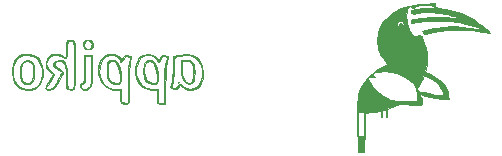
<source format=gbo>
G04 #@! TF.GenerationSoftware,KiCad,Pcbnew,5.1.4-e60b266~84~ubuntu18.04.1*
G04 #@! TF.CreationDate,2019-09-11T21:53:04+05:30*
G04 #@! TF.ProjectId,SenseCam_XHP70.2_rev1,53656e73-6543-4616-9d5f-58485037302e,rev?*
G04 #@! TF.SameCoordinates,Original*
G04 #@! TF.FileFunction,Legend,Bot*
G04 #@! TF.FilePolarity,Positive*
%FSLAX46Y46*%
G04 Gerber Fmt 4.6, Leading zero omitted, Abs format (unit mm)*
G04 Created by KiCad (PCBNEW 5.1.4-e60b266~84~ubuntu18.04.1) date 2019-09-11 21:53:04*
%MOMM*%
%LPD*%
G04 APERTURE LIST*
%ADD10C,0.010000*%
G04 APERTURE END LIST*
D10*
G36*
X22660086Y-22058463D02*
G01*
X22457113Y-22252763D01*
X22345494Y-22581929D01*
X22323211Y-23050323D01*
X22343168Y-23321177D01*
X22400167Y-23674849D01*
X22498223Y-23890187D01*
X22661960Y-23997392D01*
X22916004Y-24026665D01*
X22918416Y-24026666D01*
X23167738Y-23997706D01*
X23328688Y-23887341D01*
X23391147Y-23803257D01*
X23489524Y-23559845D01*
X23533722Y-23197548D01*
X23534999Y-23134842D01*
X23461538Y-23134842D01*
X23419734Y-23468279D01*
X23329573Y-23719898D01*
X23291592Y-23772013D01*
X23070440Y-23911168D01*
X22820016Y-23920994D01*
X22600629Y-23807981D01*
X22511013Y-23688000D01*
X22421563Y-23393662D01*
X22398040Y-23040937D01*
X22434262Y-22683199D01*
X22524047Y-22373820D01*
X22661213Y-22166173D01*
X22689842Y-22144129D01*
X22920062Y-22081894D01*
X23166466Y-22150836D01*
X23295310Y-22253428D01*
X23399475Y-22466437D01*
X23454835Y-22780568D01*
X23461538Y-23134842D01*
X23534999Y-23134842D01*
X23537530Y-23010666D01*
X23506617Y-22552512D01*
X23408740Y-22239505D01*
X23236188Y-22058167D01*
X22981251Y-21995016D01*
X22956430Y-21994666D01*
X22660086Y-22058463D01*
X22660086Y-22058463D01*
G37*
X22660086Y-22058463D02*
X22457113Y-22252763D01*
X22345494Y-22581929D01*
X22323211Y-23050323D01*
X22343168Y-23321177D01*
X22400167Y-23674849D01*
X22498223Y-23890187D01*
X22661960Y-23997392D01*
X22916004Y-24026665D01*
X22918416Y-24026666D01*
X23167738Y-23997706D01*
X23328688Y-23887341D01*
X23391147Y-23803257D01*
X23489524Y-23559845D01*
X23533722Y-23197548D01*
X23534999Y-23134842D01*
X23461538Y-23134842D01*
X23419734Y-23468279D01*
X23329573Y-23719898D01*
X23291592Y-23772013D01*
X23070440Y-23911168D01*
X22820016Y-23920994D01*
X22600629Y-23807981D01*
X22511013Y-23688000D01*
X22421563Y-23393662D01*
X22398040Y-23040937D01*
X22434262Y-22683199D01*
X22524047Y-22373820D01*
X22661213Y-22166173D01*
X22689842Y-22144129D01*
X22920062Y-22081894D01*
X23166466Y-22150836D01*
X23295310Y-22253428D01*
X23399475Y-22466437D01*
X23454835Y-22780568D01*
X23461538Y-23134842D01*
X23534999Y-23134842D01*
X23537530Y-23010666D01*
X23506617Y-22552512D01*
X23408740Y-22239505D01*
X23236188Y-22058167D01*
X22981251Y-21995016D01*
X22956430Y-21994666D01*
X22660086Y-22058463D01*
G36*
X35694667Y-23899666D02*
G01*
X35737000Y-23942000D01*
X35779334Y-23899666D01*
X35737000Y-23857333D01*
X35694667Y-23899666D01*
X35694667Y-23899666D01*
G37*
X35694667Y-23899666D02*
X35737000Y-23942000D01*
X35779334Y-23899666D01*
X35737000Y-23857333D01*
X35694667Y-23899666D01*
G36*
X35961410Y-22750601D02*
G01*
X35985343Y-23151466D01*
X36025785Y-23426898D01*
X36091848Y-23620634D01*
X36168705Y-23745434D01*
X36381655Y-23933283D01*
X36630276Y-24013810D01*
X36860933Y-23977293D01*
X36971879Y-23891027D01*
X37048452Y-23703570D01*
X37089769Y-23405368D01*
X37096827Y-23051085D01*
X37096665Y-23048876D01*
X37007000Y-23048876D01*
X36975807Y-23490250D01*
X36885977Y-23787726D01*
X36743132Y-23936079D01*
X36552896Y-23930084D01*
X36320893Y-23764515D01*
X36280926Y-23723562D01*
X36176285Y-23590314D01*
X36110410Y-23432203D01*
X36071733Y-23203410D01*
X36048687Y-22858115D01*
X36045812Y-22792229D01*
X36015957Y-22079333D01*
X36350190Y-22079333D01*
X36641785Y-22115288D01*
X36837607Y-22237970D01*
X36952713Y-22469603D01*
X37002159Y-22832413D01*
X37007000Y-23048876D01*
X37096665Y-23048876D01*
X37070618Y-22695386D01*
X37012138Y-22392933D01*
X36941549Y-22224132D01*
X36826779Y-22084334D01*
X36681971Y-22016137D01*
X36445890Y-21995311D01*
X36361625Y-21994666D01*
X35931819Y-21994666D01*
X35961410Y-22750601D01*
X35961410Y-22750601D01*
G37*
X35961410Y-22750601D02*
X35985343Y-23151466D01*
X36025785Y-23426898D01*
X36091848Y-23620634D01*
X36168705Y-23745434D01*
X36381655Y-23933283D01*
X36630276Y-24013810D01*
X36860933Y-23977293D01*
X36971879Y-23891027D01*
X37048452Y-23703570D01*
X37089769Y-23405368D01*
X37096827Y-23051085D01*
X37096665Y-23048876D01*
X37007000Y-23048876D01*
X36975807Y-23490250D01*
X36885977Y-23787726D01*
X36743132Y-23936079D01*
X36552896Y-23930084D01*
X36320893Y-23764515D01*
X36280926Y-23723562D01*
X36176285Y-23590314D01*
X36110410Y-23432203D01*
X36071733Y-23203410D01*
X36048687Y-22858115D01*
X36045812Y-22792229D01*
X36015957Y-22079333D01*
X36350190Y-22079333D01*
X36641785Y-22115288D01*
X36837607Y-22237970D01*
X36952713Y-22469603D01*
X37002159Y-22832413D01*
X37007000Y-23048876D01*
X37096665Y-23048876D01*
X37070618Y-22695386D01*
X37012138Y-22392933D01*
X36941549Y-22224132D01*
X36826779Y-22084334D01*
X36681971Y-22016137D01*
X36445890Y-21995311D01*
X36361625Y-21994666D01*
X35931819Y-21994666D01*
X35961410Y-22750601D01*
G36*
X29953795Y-22023056D02*
G01*
X29804012Y-22118209D01*
X29713331Y-22319772D01*
X29668726Y-22651006D01*
X29658450Y-22934753D01*
X29681752Y-23386984D01*
X29777153Y-23700606D01*
X29958471Y-23895997D01*
X30239526Y-23993535D01*
X30387604Y-24010026D01*
X30629309Y-24017054D01*
X30754766Y-23981119D01*
X30815878Y-23879230D01*
X30834653Y-23811998D01*
X30854044Y-23610205D01*
X30785091Y-23610205D01*
X30755567Y-23809306D01*
X30633616Y-23920795D01*
X30424834Y-23946307D01*
X30184883Y-23891354D01*
X29969423Y-23761450D01*
X29935187Y-23728048D01*
X29826574Y-23589431D01*
X29767000Y-23430682D01*
X29743908Y-23198943D01*
X29743336Y-22920573D01*
X29763218Y-22588865D01*
X29806593Y-22328945D01*
X29858827Y-22198910D01*
X30039587Y-22093344D01*
X30256937Y-22122626D01*
X30465029Y-22273691D01*
X30555099Y-22397309D01*
X30648817Y-22633179D01*
X30724322Y-22955742D01*
X30772713Y-23302313D01*
X30785091Y-23610205D01*
X30854044Y-23610205D01*
X30864431Y-23502126D01*
X30837653Y-23110408D01*
X30764094Y-22710796D01*
X30653528Y-22377246D01*
X30641715Y-22352215D01*
X30514318Y-22140879D01*
X30364703Y-22042550D01*
X30175705Y-22011052D01*
X29953795Y-22023056D01*
X29953795Y-22023056D01*
G37*
X29953795Y-22023056D02*
X29804012Y-22118209D01*
X29713331Y-22319772D01*
X29668726Y-22651006D01*
X29658450Y-22934753D01*
X29681752Y-23386984D01*
X29777153Y-23700606D01*
X29958471Y-23895997D01*
X30239526Y-23993535D01*
X30387604Y-24010026D01*
X30629309Y-24017054D01*
X30754766Y-23981119D01*
X30815878Y-23879230D01*
X30834653Y-23811998D01*
X30854044Y-23610205D01*
X30785091Y-23610205D01*
X30755567Y-23809306D01*
X30633616Y-23920795D01*
X30424834Y-23946307D01*
X30184883Y-23891354D01*
X29969423Y-23761450D01*
X29935187Y-23728048D01*
X29826574Y-23589431D01*
X29767000Y-23430682D01*
X29743908Y-23198943D01*
X29743336Y-22920573D01*
X29763218Y-22588865D01*
X29806593Y-22328945D01*
X29858827Y-22198910D01*
X30039587Y-22093344D01*
X30256937Y-22122626D01*
X30465029Y-22273691D01*
X30555099Y-22397309D01*
X30648817Y-22633179D01*
X30724322Y-22955742D01*
X30772713Y-23302313D01*
X30785091Y-23610205D01*
X30854044Y-23610205D01*
X30864431Y-23502126D01*
X30837653Y-23110408D01*
X30764094Y-22710796D01*
X30653528Y-22377246D01*
X30641715Y-22352215D01*
X30514318Y-22140879D01*
X30364703Y-22042550D01*
X30175705Y-22011052D01*
X29953795Y-22023056D01*
G36*
X33092282Y-22017084D02*
G01*
X32949011Y-22098254D01*
X32854848Y-22284192D01*
X32786082Y-22604529D01*
X32774681Y-22678019D01*
X32761349Y-23049421D01*
X32817102Y-23424137D01*
X32928576Y-23739884D01*
X33035952Y-23895856D01*
X33219289Y-23986849D01*
X33503845Y-24026207D01*
X33540102Y-24026666D01*
X33777928Y-24014709D01*
X33900330Y-23960668D01*
X33960569Y-23837289D01*
X33968456Y-23807471D01*
X33987193Y-23610246D01*
X33917768Y-23610246D01*
X33888234Y-23809306D01*
X33768367Y-23913887D01*
X33559060Y-23944904D01*
X33321733Y-23905703D01*
X33117804Y-23799631D01*
X33081347Y-23765340D01*
X32949801Y-23556292D01*
X32862440Y-23299067D01*
X32861795Y-23295670D01*
X32837946Y-22999095D01*
X32859543Y-22676782D01*
X32917719Y-22387823D01*
X33003603Y-22191310D01*
X33032211Y-22160228D01*
X33237165Y-22085842D01*
X33460003Y-22154490D01*
X33658507Y-22350901D01*
X33687619Y-22397309D01*
X33781406Y-22633164D01*
X33856966Y-22955736D01*
X33905389Y-23302328D01*
X33917768Y-23610246D01*
X33987193Y-23610246D01*
X33997516Y-23501595D01*
X33970718Y-23113186D01*
X33897870Y-22715795D01*
X33788781Y-22382971D01*
X33774382Y-22352215D01*
X33646985Y-22140879D01*
X33497370Y-22042550D01*
X33308371Y-22011052D01*
X33092282Y-22017084D01*
X33092282Y-22017084D01*
G37*
X33092282Y-22017084D02*
X32949011Y-22098254D01*
X32854848Y-22284192D01*
X32786082Y-22604529D01*
X32774681Y-22678019D01*
X32761349Y-23049421D01*
X32817102Y-23424137D01*
X32928576Y-23739884D01*
X33035952Y-23895856D01*
X33219289Y-23986849D01*
X33503845Y-24026207D01*
X33540102Y-24026666D01*
X33777928Y-24014709D01*
X33900330Y-23960668D01*
X33960569Y-23837289D01*
X33968456Y-23807471D01*
X33987193Y-23610246D01*
X33917768Y-23610246D01*
X33888234Y-23809306D01*
X33768367Y-23913887D01*
X33559060Y-23944904D01*
X33321733Y-23905703D01*
X33117804Y-23799631D01*
X33081347Y-23765340D01*
X32949801Y-23556292D01*
X32862440Y-23299067D01*
X32861795Y-23295670D01*
X32837946Y-22999095D01*
X32859543Y-22676782D01*
X32917719Y-22387823D01*
X33003603Y-22191310D01*
X33032211Y-22160228D01*
X33237165Y-22085842D01*
X33460003Y-22154490D01*
X33658507Y-22350901D01*
X33687619Y-22397309D01*
X33781406Y-22633164D01*
X33856966Y-22955736D01*
X33905389Y-23302328D01*
X33917768Y-23610246D01*
X33987193Y-23610246D01*
X33997516Y-23501595D01*
X33970718Y-23113186D01*
X33897870Y-22715795D01*
X33788781Y-22382971D01*
X33774382Y-22352215D01*
X33646985Y-22140879D01*
X33497370Y-22042550D01*
X33308371Y-22011052D01*
X33092282Y-22017084D01*
G36*
X27826448Y-20342142D02*
G01*
X27674103Y-20518140D01*
X27642253Y-20754459D01*
X27716978Y-20950787D01*
X27870765Y-21061064D01*
X28099456Y-21107644D01*
X28315820Y-21075667D01*
X28349834Y-21058598D01*
X28460102Y-20907120D01*
X28493345Y-20689455D01*
X28389827Y-20689455D01*
X28357497Y-20891151D01*
X28327755Y-20937432D01*
X28190909Y-21047992D01*
X28027498Y-21035250D01*
X27899768Y-20975687D01*
X27762832Y-20829488D01*
X27745516Y-20643329D01*
X27823991Y-20467228D01*
X27974427Y-20351205D01*
X28172998Y-20345280D01*
X28196265Y-20353309D01*
X28329883Y-20482632D01*
X28389827Y-20689455D01*
X28493345Y-20689455D01*
X28495245Y-20677018D01*
X28447219Y-20445148D01*
X28419486Y-20393055D01*
X28287829Y-20308676D01*
X28076921Y-20273115D01*
X28074667Y-20273111D01*
X27826448Y-20342142D01*
X27826448Y-20342142D01*
G37*
X27826448Y-20342142D02*
X27674103Y-20518140D01*
X27642253Y-20754459D01*
X27716978Y-20950787D01*
X27870765Y-21061064D01*
X28099456Y-21107644D01*
X28315820Y-21075667D01*
X28349834Y-21058598D01*
X28460102Y-20907120D01*
X28493345Y-20689455D01*
X28389827Y-20689455D01*
X28357497Y-20891151D01*
X28327755Y-20937432D01*
X28190909Y-21047992D01*
X28027498Y-21035250D01*
X27899768Y-20975687D01*
X27762832Y-20829488D01*
X27745516Y-20643329D01*
X27823991Y-20467228D01*
X27974427Y-20351205D01*
X28172998Y-20345280D01*
X28196265Y-20353309D01*
X28329883Y-20482632D01*
X28389827Y-20689455D01*
X28493345Y-20689455D01*
X28495245Y-20677018D01*
X28447219Y-20445148D01*
X28419486Y-20393055D01*
X28287829Y-20308676D01*
X28076921Y-20273115D01*
X28074667Y-20273111D01*
X27826448Y-20342142D01*
G36*
X22490214Y-21532087D02*
G01*
X22122458Y-21672309D01*
X21863150Y-21934729D01*
X21706121Y-22326219D01*
X21645199Y-22853651D01*
X21644067Y-22986780D01*
X21697593Y-23543920D01*
X21853056Y-23968687D01*
X22116081Y-24267985D01*
X22492291Y-24448714D01*
X22887696Y-24513180D01*
X23253459Y-24513141D01*
X23532187Y-24448197D01*
X23672000Y-24382087D01*
X23937057Y-24146204D01*
X24122077Y-23799741D01*
X24226144Y-23381828D01*
X24233290Y-23236863D01*
X24164627Y-23236863D01*
X24081773Y-23659482D01*
X23904154Y-24021745D01*
X23642977Y-24275900D01*
X23282592Y-24416791D01*
X22869403Y-24441553D01*
X22474108Y-24349901D01*
X22337727Y-24281124D01*
X22024268Y-24024090D01*
X21828453Y-23693046D01*
X21736424Y-23258684D01*
X21724984Y-22985295D01*
X21758185Y-22505782D01*
X21868149Y-22147441D01*
X22069509Y-21873922D01*
X22223293Y-21747341D01*
X22547114Y-21607985D01*
X22939054Y-21570919D01*
X23332113Y-21636373D01*
X23571090Y-21742732D01*
X23855947Y-22006823D01*
X24050579Y-22370538D01*
X24153851Y-22793883D01*
X24164627Y-23236863D01*
X24233290Y-23236863D01*
X24248340Y-22931599D01*
X24187748Y-22488184D01*
X24043452Y-22090715D01*
X23814534Y-21778325D01*
X23734589Y-21711013D01*
X23464682Y-21581410D01*
X23072814Y-21514168D01*
X22972589Y-21507191D01*
X22490214Y-21532087D01*
X22490214Y-21532087D01*
G37*
X22490214Y-21532087D02*
X22122458Y-21672309D01*
X21863150Y-21934729D01*
X21706121Y-22326219D01*
X21645199Y-22853651D01*
X21644067Y-22986780D01*
X21697593Y-23543920D01*
X21853056Y-23968687D01*
X22116081Y-24267985D01*
X22492291Y-24448714D01*
X22887696Y-24513180D01*
X23253459Y-24513141D01*
X23532187Y-24448197D01*
X23672000Y-24382087D01*
X23937057Y-24146204D01*
X24122077Y-23799741D01*
X24226144Y-23381828D01*
X24233290Y-23236863D01*
X24164627Y-23236863D01*
X24081773Y-23659482D01*
X23904154Y-24021745D01*
X23642977Y-24275900D01*
X23282592Y-24416791D01*
X22869403Y-24441553D01*
X22474108Y-24349901D01*
X22337727Y-24281124D01*
X22024268Y-24024090D01*
X21828453Y-23693046D01*
X21736424Y-23258684D01*
X21724984Y-22985295D01*
X21758185Y-22505782D01*
X21868149Y-22147441D01*
X22069509Y-21873922D01*
X22223293Y-21747341D01*
X22547114Y-21607985D01*
X22939054Y-21570919D01*
X23332113Y-21636373D01*
X23571090Y-21742732D01*
X23855947Y-22006823D01*
X24050579Y-22370538D01*
X24153851Y-22793883D01*
X24164627Y-23236863D01*
X24233290Y-23236863D01*
X24248340Y-22931599D01*
X24187748Y-22488184D01*
X24043452Y-22090715D01*
X23814534Y-21778325D01*
X23734589Y-21711013D01*
X23464682Y-21581410D01*
X23072814Y-21514168D01*
X22972589Y-21507191D01*
X22490214Y-21532087D01*
G36*
X26317834Y-20291961D02*
G01*
X26262944Y-20353894D01*
X26229013Y-20540048D01*
X26213573Y-20868542D01*
X26212000Y-21069380D01*
X26209347Y-21428763D01*
X26197930Y-21644376D01*
X26172560Y-21741746D01*
X26128051Y-21746397D01*
X26082279Y-21707706D01*
X25859320Y-21580091D01*
X25537794Y-21509324D01*
X25182349Y-21507148D01*
X25068360Y-21523534D01*
X24765713Y-21657072D01*
X24568810Y-21914254D01*
X24489531Y-22277784D01*
X24488965Y-22367030D01*
X24521987Y-22616060D01*
X24631775Y-22807949D01*
X24798207Y-22969601D01*
X25098455Y-23229145D01*
X24759806Y-23761776D01*
X24601362Y-24035318D01*
X24496383Y-24264659D01*
X24464896Y-24405113D01*
X24467255Y-24414537D01*
X24580809Y-24503915D01*
X24783266Y-24531033D01*
X25005481Y-24494415D01*
X25137445Y-24428833D01*
X25249695Y-24304301D01*
X25406731Y-24080265D01*
X25582041Y-23801349D01*
X25749114Y-23512183D01*
X25881439Y-23257391D01*
X25952504Y-23081602D01*
X25958000Y-23047583D01*
X25888378Y-22939288D01*
X25717286Y-22820647D01*
X25682049Y-22802997D01*
X25417575Y-22633584D01*
X25266885Y-22444063D01*
X25249588Y-22264315D01*
X25286173Y-22199698D01*
X25475950Y-22088498D01*
X25717298Y-22096069D01*
X25949831Y-22214146D01*
X26036522Y-22302418D01*
X26114495Y-22420828D01*
X26165553Y-22563418D01*
X26195171Y-22766900D01*
X26208826Y-23067985D01*
X26212000Y-23478692D01*
X26215744Y-23904929D01*
X26229517Y-24190572D01*
X26257138Y-24364248D01*
X26302421Y-24454583D01*
X26345925Y-24483274D01*
X26646775Y-24524982D01*
X26868167Y-24478593D01*
X26903997Y-24422134D01*
X26931369Y-24274817D01*
X26951104Y-24020907D01*
X26964023Y-23644669D01*
X26970947Y-23130367D01*
X26972704Y-22474444D01*
X26970266Y-22010324D01*
X26889345Y-22010324D01*
X26889334Y-22401231D01*
X26886801Y-22957747D01*
X26879701Y-23456986D01*
X26868780Y-23874249D01*
X26854785Y-24184836D01*
X26838462Y-24364048D01*
X26829002Y-24397442D01*
X26707075Y-24434526D01*
X26553836Y-24432720D01*
X26463605Y-24417286D01*
X26401692Y-24376744D01*
X26361090Y-24282392D01*
X26334793Y-24105528D01*
X26315795Y-23817453D01*
X26297091Y-23389464D01*
X26296667Y-23379173D01*
X26266602Y-22860113D01*
X26218140Y-22487157D01*
X26139819Y-22237221D01*
X26020176Y-22087218D01*
X25847746Y-22014062D01*
X25611066Y-21994667D01*
X25609190Y-21994666D01*
X25341647Y-22051063D01*
X25188831Y-22195253D01*
X25151566Y-22389730D01*
X25230672Y-22596991D01*
X25426973Y-22779533D01*
X25590282Y-22857664D01*
X25777451Y-22940829D01*
X25870918Y-23012698D01*
X25873334Y-23021607D01*
X25832087Y-23125387D01*
X25725170Y-23328859D01*
X25577816Y-23588851D01*
X25415257Y-23862189D01*
X25262729Y-24105701D01*
X25145463Y-24276214D01*
X25125072Y-24301833D01*
X24998243Y-24383462D01*
X24813568Y-24439187D01*
X24635309Y-24458013D01*
X24527730Y-24428944D01*
X24518667Y-24405591D01*
X24560719Y-24317640D01*
X24671836Y-24125960D01*
X24829460Y-23869226D01*
X24857334Y-23824942D01*
X25021071Y-23555550D01*
X25141295Y-23338434D01*
X25195078Y-23215369D01*
X25196000Y-23207939D01*
X25133849Y-23109582D01*
X24980160Y-22968696D01*
X24937745Y-22936241D01*
X24668950Y-22661820D01*
X24560980Y-22360537D01*
X24611179Y-22060393D01*
X24811282Y-21773005D01*
X25102428Y-21608000D01*
X25450656Y-21573540D01*
X25822001Y-21677782D01*
X25939375Y-21741284D01*
X26090130Y-21826075D01*
X26190385Y-21845969D01*
X26251960Y-21778374D01*
X26286670Y-21600701D01*
X26306333Y-21290359D01*
X26316164Y-21021000D01*
X26330949Y-20684601D01*
X26353697Y-20484852D01*
X26394036Y-20389079D01*
X26461596Y-20364605D01*
X26508334Y-20368855D01*
X26629274Y-20388046D01*
X26721477Y-20418828D01*
X26788840Y-20481976D01*
X26835256Y-20598264D01*
X26864620Y-20788469D01*
X26880826Y-21073363D01*
X26887770Y-21473724D01*
X26889345Y-22010324D01*
X26970266Y-22010324D01*
X26969746Y-21911499D01*
X26962159Y-21403251D01*
X26950718Y-20974829D01*
X26936197Y-20651363D01*
X26919373Y-20457985D01*
X26909204Y-20415835D01*
X26774803Y-20334420D01*
X26537177Y-20290780D01*
X26317834Y-20291961D01*
X26317834Y-20291961D01*
G37*
X26317834Y-20291961D02*
X26262944Y-20353894D01*
X26229013Y-20540048D01*
X26213573Y-20868542D01*
X26212000Y-21069380D01*
X26209347Y-21428763D01*
X26197930Y-21644376D01*
X26172560Y-21741746D01*
X26128051Y-21746397D01*
X26082279Y-21707706D01*
X25859320Y-21580091D01*
X25537794Y-21509324D01*
X25182349Y-21507148D01*
X25068360Y-21523534D01*
X24765713Y-21657072D01*
X24568810Y-21914254D01*
X24489531Y-22277784D01*
X24488965Y-22367030D01*
X24521987Y-22616060D01*
X24631775Y-22807949D01*
X24798207Y-22969601D01*
X25098455Y-23229145D01*
X24759806Y-23761776D01*
X24601362Y-24035318D01*
X24496383Y-24264659D01*
X24464896Y-24405113D01*
X24467255Y-24414537D01*
X24580809Y-24503915D01*
X24783266Y-24531033D01*
X25005481Y-24494415D01*
X25137445Y-24428833D01*
X25249695Y-24304301D01*
X25406731Y-24080265D01*
X25582041Y-23801349D01*
X25749114Y-23512183D01*
X25881439Y-23257391D01*
X25952504Y-23081602D01*
X25958000Y-23047583D01*
X25888378Y-22939288D01*
X25717286Y-22820647D01*
X25682049Y-22802997D01*
X25417575Y-22633584D01*
X25266885Y-22444063D01*
X25249588Y-22264315D01*
X25286173Y-22199698D01*
X25475950Y-22088498D01*
X25717298Y-22096069D01*
X25949831Y-22214146D01*
X26036522Y-22302418D01*
X26114495Y-22420828D01*
X26165553Y-22563418D01*
X26195171Y-22766900D01*
X26208826Y-23067985D01*
X26212000Y-23478692D01*
X26215744Y-23904929D01*
X26229517Y-24190572D01*
X26257138Y-24364248D01*
X26302421Y-24454583D01*
X26345925Y-24483274D01*
X26646775Y-24524982D01*
X26868167Y-24478593D01*
X26903997Y-24422134D01*
X26931369Y-24274817D01*
X26951104Y-24020907D01*
X26964023Y-23644669D01*
X26970947Y-23130367D01*
X26972704Y-22474444D01*
X26970266Y-22010324D01*
X26889345Y-22010324D01*
X26889334Y-22401231D01*
X26886801Y-22957747D01*
X26879701Y-23456986D01*
X26868780Y-23874249D01*
X26854785Y-24184836D01*
X26838462Y-24364048D01*
X26829002Y-24397442D01*
X26707075Y-24434526D01*
X26553836Y-24432720D01*
X26463605Y-24417286D01*
X26401692Y-24376744D01*
X26361090Y-24282392D01*
X26334793Y-24105528D01*
X26315795Y-23817453D01*
X26297091Y-23389464D01*
X26296667Y-23379173D01*
X26266602Y-22860113D01*
X26218140Y-22487157D01*
X26139819Y-22237221D01*
X26020176Y-22087218D01*
X25847746Y-22014062D01*
X25611066Y-21994667D01*
X25609190Y-21994666D01*
X25341647Y-22051063D01*
X25188831Y-22195253D01*
X25151566Y-22389730D01*
X25230672Y-22596991D01*
X25426973Y-22779533D01*
X25590282Y-22857664D01*
X25777451Y-22940829D01*
X25870918Y-23012698D01*
X25873334Y-23021607D01*
X25832087Y-23125387D01*
X25725170Y-23328859D01*
X25577816Y-23588851D01*
X25415257Y-23862189D01*
X25262729Y-24105701D01*
X25145463Y-24276214D01*
X25125072Y-24301833D01*
X24998243Y-24383462D01*
X24813568Y-24439187D01*
X24635309Y-24458013D01*
X24527730Y-24428944D01*
X24518667Y-24405591D01*
X24560719Y-24317640D01*
X24671836Y-24125960D01*
X24829460Y-23869226D01*
X24857334Y-23824942D01*
X25021071Y-23555550D01*
X25141295Y-23338434D01*
X25195078Y-23215369D01*
X25196000Y-23207939D01*
X25133849Y-23109582D01*
X24980160Y-22968696D01*
X24937745Y-22936241D01*
X24668950Y-22661820D01*
X24560980Y-22360537D01*
X24611179Y-22060393D01*
X24811282Y-21773005D01*
X25102428Y-21608000D01*
X25450656Y-21573540D01*
X25822001Y-21677782D01*
X25939375Y-21741284D01*
X26090130Y-21826075D01*
X26190385Y-21845969D01*
X26251960Y-21778374D01*
X26286670Y-21600701D01*
X26306333Y-21290359D01*
X26316164Y-21021000D01*
X26330949Y-20684601D01*
X26353697Y-20484852D01*
X26394036Y-20389079D01*
X26461596Y-20364605D01*
X26508334Y-20368855D01*
X26629274Y-20388046D01*
X26721477Y-20418828D01*
X26788840Y-20481976D01*
X26835256Y-20598264D01*
X26864620Y-20788469D01*
X26880826Y-21073363D01*
X26887770Y-21473724D01*
X26889345Y-22010324D01*
X26970266Y-22010324D01*
X26969746Y-21911499D01*
X26962159Y-21403251D01*
X26950718Y-20974829D01*
X26936197Y-20651363D01*
X26919373Y-20457985D01*
X26909204Y-20415835D01*
X26774803Y-20334420D01*
X26537177Y-20290780D01*
X26317834Y-20291961D01*
G36*
X27736000Y-22722259D02*
G01*
X27734283Y-23185675D01*
X27726667Y-23507064D01*
X27709458Y-23713718D01*
X27678963Y-23832929D01*
X27631486Y-23891990D01*
X27574495Y-23915420D01*
X27416174Y-24028961D01*
X27366436Y-24213746D01*
X27442849Y-24398227D01*
X27453252Y-24409156D01*
X27672908Y-24518665D01*
X27949586Y-24503090D01*
X28117000Y-24433494D01*
X28279600Y-24317891D01*
X28348537Y-24245569D01*
X28370260Y-24132526D01*
X28388851Y-23882002D01*
X28402849Y-23525838D01*
X28410793Y-23095878D01*
X28412037Y-22862500D01*
X28413248Y-21656000D01*
X28328667Y-21656000D01*
X28328667Y-22880368D01*
X28327126Y-23362157D01*
X28319889Y-23704184D01*
X28303034Y-23936008D01*
X28272641Y-24087190D01*
X28224789Y-24187292D01*
X28155556Y-24265874D01*
X28143369Y-24277368D01*
X27907708Y-24418985D01*
X27668606Y-24438933D01*
X27505550Y-24355016D01*
X27447602Y-24211157D01*
X27498724Y-24075378D01*
X27609000Y-24026666D01*
X27690642Y-24002742D01*
X27748809Y-23915698D01*
X27787179Y-23742625D01*
X27809427Y-23460615D01*
X27819229Y-23046759D01*
X27820667Y-22707408D01*
X27820667Y-21656000D01*
X28328667Y-21656000D01*
X28413248Y-21656000D01*
X28413334Y-21571333D01*
X27736000Y-21571333D01*
X27736000Y-22722259D01*
X27736000Y-22722259D01*
G37*
X27736000Y-22722259D02*
X27734283Y-23185675D01*
X27726667Y-23507064D01*
X27709458Y-23713718D01*
X27678963Y-23832929D01*
X27631486Y-23891990D01*
X27574495Y-23915420D01*
X27416174Y-24028961D01*
X27366436Y-24213746D01*
X27442849Y-24398227D01*
X27453252Y-24409156D01*
X27672908Y-24518665D01*
X27949586Y-24503090D01*
X28117000Y-24433494D01*
X28279600Y-24317891D01*
X28348537Y-24245569D01*
X28370260Y-24132526D01*
X28388851Y-23882002D01*
X28402849Y-23525838D01*
X28410793Y-23095878D01*
X28412037Y-22862500D01*
X28413248Y-21656000D01*
X28328667Y-21656000D01*
X28328667Y-22880368D01*
X28327126Y-23362157D01*
X28319889Y-23704184D01*
X28303034Y-23936008D01*
X28272641Y-24087190D01*
X28224789Y-24187292D01*
X28155556Y-24265874D01*
X28143369Y-24277368D01*
X27907708Y-24418985D01*
X27668606Y-24438933D01*
X27505550Y-24355016D01*
X27447602Y-24211157D01*
X27498724Y-24075378D01*
X27609000Y-24026666D01*
X27690642Y-24002742D01*
X27748809Y-23915698D01*
X27787179Y-23742625D01*
X27809427Y-23460615D01*
X27819229Y-23046759D01*
X27820667Y-22707408D01*
X27820667Y-21656000D01*
X28328667Y-21656000D01*
X28413248Y-21656000D01*
X28413334Y-21571333D01*
X27736000Y-21571333D01*
X27736000Y-22722259D01*
G36*
X35760265Y-21565652D02*
G01*
X35698835Y-21578349D01*
X35271334Y-21670031D01*
X35269314Y-22530849D01*
X35260190Y-23022143D01*
X35230058Y-23407442D01*
X35170799Y-23749593D01*
X35074293Y-24111442D01*
X35058318Y-24164087D01*
X35049238Y-24297253D01*
X35149348Y-24387486D01*
X35284608Y-24441940D01*
X35512425Y-24485938D01*
X35670349Y-24409474D01*
X35801605Y-24189728D01*
X35813295Y-24162826D01*
X35886801Y-24136996D01*
X35971415Y-24213838D01*
X36213503Y-24395608D01*
X36546538Y-24503983D01*
X36902417Y-24523687D01*
X37134000Y-24474601D01*
X37433459Y-24277254D01*
X37652053Y-23945827D01*
X37780241Y-23499818D01*
X37811334Y-23090505D01*
X37809129Y-23069725D01*
X37726667Y-23069725D01*
X37705265Y-23425512D01*
X37648591Y-23726862D01*
X37601359Y-23854062D01*
X37357991Y-24180143D01*
X37047376Y-24382187D01*
X36703659Y-24446658D01*
X36360986Y-24360025D01*
X36345268Y-24351896D01*
X36151251Y-24209800D01*
X36052184Y-24101443D01*
X35916275Y-24004631D01*
X35774359Y-24016194D01*
X35696499Y-24126155D01*
X35694667Y-24152358D01*
X35624983Y-24313449D01*
X35455501Y-24384889D01*
X35303171Y-24362258D01*
X35202613Y-24313156D01*
X35163830Y-24235978D01*
X35181091Y-24084105D01*
X35239671Y-23845557D01*
X35292235Y-23553957D01*
X35332439Y-23161573D01*
X35354000Y-22736844D01*
X35356000Y-22577940D01*
X35358008Y-22176898D01*
X35382414Y-21913228D01*
X35456791Y-21755047D01*
X35608713Y-21670472D01*
X35865753Y-21627619D01*
X36202667Y-21598952D01*
X36522514Y-21581854D01*
X36738907Y-21602409D01*
X36915743Y-21672441D01*
X37047319Y-21755257D01*
X37408443Y-22066238D01*
X37625772Y-22424162D01*
X37719368Y-22867850D01*
X37726667Y-23069725D01*
X37809129Y-23069725D01*
X37751377Y-22525540D01*
X37573893Y-22081488D01*
X37282461Y-21760912D01*
X36880659Y-21566372D01*
X36372068Y-21500432D01*
X35760265Y-21565652D01*
X35760265Y-21565652D01*
G37*
X35760265Y-21565652D02*
X35698835Y-21578349D01*
X35271334Y-21670031D01*
X35269314Y-22530849D01*
X35260190Y-23022143D01*
X35230058Y-23407442D01*
X35170799Y-23749593D01*
X35074293Y-24111442D01*
X35058318Y-24164087D01*
X35049238Y-24297253D01*
X35149348Y-24387486D01*
X35284608Y-24441940D01*
X35512425Y-24485938D01*
X35670349Y-24409474D01*
X35801605Y-24189728D01*
X35813295Y-24162826D01*
X35886801Y-24136996D01*
X35971415Y-24213838D01*
X36213503Y-24395608D01*
X36546538Y-24503983D01*
X36902417Y-24523687D01*
X37134000Y-24474601D01*
X37433459Y-24277254D01*
X37652053Y-23945827D01*
X37780241Y-23499818D01*
X37811334Y-23090505D01*
X37809129Y-23069725D01*
X37726667Y-23069725D01*
X37705265Y-23425512D01*
X37648591Y-23726862D01*
X37601359Y-23854062D01*
X37357991Y-24180143D01*
X37047376Y-24382187D01*
X36703659Y-24446658D01*
X36360986Y-24360025D01*
X36345268Y-24351896D01*
X36151251Y-24209800D01*
X36052184Y-24101443D01*
X35916275Y-24004631D01*
X35774359Y-24016194D01*
X35696499Y-24126155D01*
X35694667Y-24152358D01*
X35624983Y-24313449D01*
X35455501Y-24384889D01*
X35303171Y-24362258D01*
X35202613Y-24313156D01*
X35163830Y-24235978D01*
X35181091Y-24084105D01*
X35239671Y-23845557D01*
X35292235Y-23553957D01*
X35332439Y-23161573D01*
X35354000Y-22736844D01*
X35356000Y-22577940D01*
X35358008Y-22176898D01*
X35382414Y-21913228D01*
X35456791Y-21755047D01*
X35608713Y-21670472D01*
X35865753Y-21627619D01*
X36202667Y-21598952D01*
X36522514Y-21581854D01*
X36738907Y-21602409D01*
X36915743Y-21672441D01*
X37047319Y-21755257D01*
X37408443Y-22066238D01*
X37625772Y-22424162D01*
X37719368Y-22867850D01*
X37726667Y-23069725D01*
X37809129Y-23069725D01*
X37751377Y-22525540D01*
X37573893Y-22081488D01*
X37282461Y-21760912D01*
X36880659Y-21566372D01*
X36372068Y-21500432D01*
X35760265Y-21565652D01*
G36*
X29786363Y-21519334D02*
G01*
X29459545Y-21644541D01*
X29209949Y-21894522D01*
X29038550Y-22256601D01*
X28951249Y-22689756D01*
X28953946Y-23152959D01*
X29052543Y-23605188D01*
X29145707Y-23826405D01*
X29391832Y-24138578D01*
X29751317Y-24376559D01*
X30174775Y-24512918D01*
X30420940Y-24534666D01*
X30784000Y-24534666D01*
X30784000Y-25075941D01*
X30794732Y-25393653D01*
X30832133Y-25577634D01*
X30904008Y-25662430D01*
X30917925Y-25668608D01*
X31126203Y-25713002D01*
X31343867Y-25712081D01*
X31486315Y-25666593D01*
X31489556Y-25663555D01*
X31507212Y-25564957D01*
X31522610Y-25324291D01*
X31534823Y-24968816D01*
X31542927Y-24525791D01*
X31545996Y-24022476D01*
X31546000Y-24001211D01*
X31551617Y-23383107D01*
X31567668Y-22852427D01*
X31592955Y-22432767D01*
X31626279Y-22147722D01*
X31644232Y-22067443D01*
X31705265Y-21831856D01*
X31703315Y-21819274D01*
X31606927Y-21819274D01*
X31592734Y-21971598D01*
X31557453Y-22082875D01*
X31521612Y-22276637D01*
X31493205Y-22619474D01*
X31473242Y-23091246D01*
X31462731Y-23671817D01*
X31461334Y-24002331D01*
X31461334Y-25646062D01*
X30911000Y-25593000D01*
X30860930Y-24450000D01*
X30475428Y-24450000D01*
X30159684Y-24417284D01*
X29856666Y-24336063D01*
X29794407Y-24309767D01*
X29466266Y-24078846D01*
X29230771Y-23761737D01*
X29085258Y-23387571D01*
X29027064Y-22985478D01*
X29053525Y-22584591D01*
X29161977Y-22214041D01*
X29349756Y-21902958D01*
X29614199Y-21680473D01*
X29952640Y-21575719D01*
X30044819Y-21571333D01*
X30299722Y-21618942D01*
X30543623Y-21738872D01*
X30722711Y-21896775D01*
X30784000Y-22043145D01*
X30825155Y-22141956D01*
X30922803Y-22119869D01*
X31038219Y-21996012D01*
X31096398Y-21888833D01*
X31230165Y-21698486D01*
X31401469Y-21670201D01*
X31536286Y-21732871D01*
X31606927Y-21819274D01*
X31703315Y-21819274D01*
X31685839Y-21706565D01*
X31558614Y-21641080D01*
X31393452Y-21604323D01*
X31199297Y-21585987D01*
X31095086Y-21658653D01*
X31040001Y-21777738D01*
X30953751Y-22004593D01*
X30758060Y-21777090D01*
X30496520Y-21591077D01*
X30152662Y-21503121D01*
X29786363Y-21519334D01*
X29786363Y-21519334D01*
G37*
X29786363Y-21519334D02*
X29459545Y-21644541D01*
X29209949Y-21894522D01*
X29038550Y-22256601D01*
X28951249Y-22689756D01*
X28953946Y-23152959D01*
X29052543Y-23605188D01*
X29145707Y-23826405D01*
X29391832Y-24138578D01*
X29751317Y-24376559D01*
X30174775Y-24512918D01*
X30420940Y-24534666D01*
X30784000Y-24534666D01*
X30784000Y-25075941D01*
X30794732Y-25393653D01*
X30832133Y-25577634D01*
X30904008Y-25662430D01*
X30917925Y-25668608D01*
X31126203Y-25713002D01*
X31343867Y-25712081D01*
X31486315Y-25666593D01*
X31489556Y-25663555D01*
X31507212Y-25564957D01*
X31522610Y-25324291D01*
X31534823Y-24968816D01*
X31542927Y-24525791D01*
X31545996Y-24022476D01*
X31546000Y-24001211D01*
X31551617Y-23383107D01*
X31567668Y-22852427D01*
X31592955Y-22432767D01*
X31626279Y-22147722D01*
X31644232Y-22067443D01*
X31705265Y-21831856D01*
X31703315Y-21819274D01*
X31606927Y-21819274D01*
X31592734Y-21971598D01*
X31557453Y-22082875D01*
X31521612Y-22276637D01*
X31493205Y-22619474D01*
X31473242Y-23091246D01*
X31462731Y-23671817D01*
X31461334Y-24002331D01*
X31461334Y-25646062D01*
X30911000Y-25593000D01*
X30860930Y-24450000D01*
X30475428Y-24450000D01*
X30159684Y-24417284D01*
X29856666Y-24336063D01*
X29794407Y-24309767D01*
X29466266Y-24078846D01*
X29230771Y-23761737D01*
X29085258Y-23387571D01*
X29027064Y-22985478D01*
X29053525Y-22584591D01*
X29161977Y-22214041D01*
X29349756Y-21902958D01*
X29614199Y-21680473D01*
X29952640Y-21575719D01*
X30044819Y-21571333D01*
X30299722Y-21618942D01*
X30543623Y-21738872D01*
X30722711Y-21896775D01*
X30784000Y-22043145D01*
X30825155Y-22141956D01*
X30922803Y-22119869D01*
X31038219Y-21996012D01*
X31096398Y-21888833D01*
X31230165Y-21698486D01*
X31401469Y-21670201D01*
X31536286Y-21732871D01*
X31606927Y-21819274D01*
X31703315Y-21819274D01*
X31685839Y-21706565D01*
X31558614Y-21641080D01*
X31393452Y-21604323D01*
X31199297Y-21585987D01*
X31095086Y-21658653D01*
X31040001Y-21777738D01*
X30953751Y-22004593D01*
X30758060Y-21777090D01*
X30496520Y-21591077D01*
X30152662Y-21503121D01*
X29786363Y-21519334D01*
G36*
X32796943Y-21544874D02*
G01*
X32510377Y-21688619D01*
X32422757Y-21772266D01*
X32200470Y-22145163D01*
X32084087Y-22592238D01*
X32070307Y-23069854D01*
X32155828Y-23534375D01*
X32337348Y-23942165D01*
X32610098Y-24248469D01*
X32897887Y-24409092D01*
X33267708Y-24496601D01*
X33402053Y-24511521D01*
X33909452Y-24557530D01*
X33959000Y-25677666D01*
X34265596Y-25703294D01*
X34572191Y-25728921D01*
X34617524Y-24052294D01*
X34639356Y-23439233D01*
X34668746Y-22905597D01*
X34703821Y-22475940D01*
X34742708Y-22174818D01*
X34769612Y-22058238D01*
X34836771Y-21827318D01*
X34830155Y-21786464D01*
X34729603Y-21786464D01*
X34725088Y-21939328D01*
X34623899Y-22418337D01*
X34554524Y-23057711D01*
X34517494Y-23851398D01*
X34511036Y-24386500D01*
X34509334Y-25635333D01*
X34001334Y-25635333D01*
X34001334Y-24470352D01*
X33508964Y-24434737D01*
X33014365Y-24336120D01*
X32633857Y-24116053D01*
X32356919Y-23767743D01*
X32299994Y-23654042D01*
X32155217Y-23163304D01*
X32150761Y-22670812D01*
X32281812Y-22215715D01*
X32520399Y-21861075D01*
X32733463Y-21669418D01*
X32938400Y-21585721D01*
X33132080Y-21571333D01*
X33414643Y-21617032D01*
X33672712Y-21734102D01*
X33856333Y-21892501D01*
X33916667Y-22043145D01*
X33984575Y-22150030D01*
X34043667Y-22164000D01*
X34148709Y-22094107D01*
X34170667Y-22005033D01*
X34241514Y-21800976D01*
X34416928Y-21691463D01*
X34597678Y-21699500D01*
X34729603Y-21786464D01*
X34830155Y-21786464D01*
X34816862Y-21704386D01*
X34682275Y-21638879D01*
X34521203Y-21603340D01*
X34326375Y-21583419D01*
X34220669Y-21655564D01*
X34151223Y-21808185D01*
X34080843Y-21977468D01*
X34031786Y-22001979D01*
X33968029Y-21896274D01*
X33962178Y-21884562D01*
X33768620Y-21669777D01*
X33476362Y-21539122D01*
X33135704Y-21496264D01*
X32796943Y-21544874D01*
X32796943Y-21544874D01*
G37*
X32796943Y-21544874D02*
X32510377Y-21688619D01*
X32422757Y-21772266D01*
X32200470Y-22145163D01*
X32084087Y-22592238D01*
X32070307Y-23069854D01*
X32155828Y-23534375D01*
X32337348Y-23942165D01*
X32610098Y-24248469D01*
X32897887Y-24409092D01*
X33267708Y-24496601D01*
X33402053Y-24511521D01*
X33909452Y-24557530D01*
X33959000Y-25677666D01*
X34265596Y-25703294D01*
X34572191Y-25728921D01*
X34617524Y-24052294D01*
X34639356Y-23439233D01*
X34668746Y-22905597D01*
X34703821Y-22475940D01*
X34742708Y-22174818D01*
X34769612Y-22058238D01*
X34836771Y-21827318D01*
X34830155Y-21786464D01*
X34729603Y-21786464D01*
X34725088Y-21939328D01*
X34623899Y-22418337D01*
X34554524Y-23057711D01*
X34517494Y-23851398D01*
X34511036Y-24386500D01*
X34509334Y-25635333D01*
X34001334Y-25635333D01*
X34001334Y-24470352D01*
X33508964Y-24434737D01*
X33014365Y-24336120D01*
X32633857Y-24116053D01*
X32356919Y-23767743D01*
X32299994Y-23654042D01*
X32155217Y-23163304D01*
X32150761Y-22670812D01*
X32281812Y-22215715D01*
X32520399Y-21861075D01*
X32733463Y-21669418D01*
X32938400Y-21585721D01*
X33132080Y-21571333D01*
X33414643Y-21617032D01*
X33672712Y-21734102D01*
X33856333Y-21892501D01*
X33916667Y-22043145D01*
X33984575Y-22150030D01*
X34043667Y-22164000D01*
X34148709Y-22094107D01*
X34170667Y-22005033D01*
X34241514Y-21800976D01*
X34416928Y-21691463D01*
X34597678Y-21699500D01*
X34729603Y-21786464D01*
X34830155Y-21786464D01*
X34816862Y-21704386D01*
X34682275Y-21638879D01*
X34521203Y-21603340D01*
X34326375Y-21583419D01*
X34220669Y-21655564D01*
X34151223Y-21808185D01*
X34080843Y-21977468D01*
X34031786Y-22001979D01*
X33968029Y-21896274D01*
X33962178Y-21884562D01*
X33768620Y-21669777D01*
X33476362Y-21539122D01*
X33135704Y-21496264D01*
X32796943Y-21544874D01*
G36*
X57126652Y-17196466D02*
G01*
X57053638Y-17213616D01*
X57044285Y-17223806D01*
X57002021Y-17237710D01*
X56887571Y-17248991D01*
X56719453Y-17256331D01*
X56556696Y-17258484D01*
X56126270Y-17279364D01*
X55670004Y-17337289D01*
X55216711Y-17426592D01*
X54795204Y-17541601D01*
X54436556Y-17675641D01*
X54009210Y-17902828D01*
X53614659Y-18184719D01*
X53276065Y-18503689D01*
X53145394Y-18658125D01*
X53003573Y-18848131D01*
X52897047Y-19014901D01*
X52807950Y-19190244D01*
X52718417Y-19405973D01*
X52703142Y-19445619D01*
X52655972Y-19577158D01*
X52623470Y-19695599D01*
X52602980Y-19821019D01*
X52591848Y-19973497D01*
X52587420Y-20173112D01*
X52586876Y-20325000D01*
X52588549Y-20562942D01*
X52595332Y-20741593D01*
X52609870Y-20881010D01*
X52634808Y-21001248D01*
X52672791Y-21122362D01*
X52702694Y-21203145D01*
X52806847Y-21455429D01*
X52912950Y-21661142D01*
X53039825Y-21851702D01*
X53206297Y-22058529D01*
X53235576Y-22092585D01*
X53338566Y-22214388D01*
X53414258Y-22309204D01*
X53450751Y-22361904D01*
X53451954Y-22367686D01*
X53406809Y-22387527D01*
X53302210Y-22430233D01*
X53171834Y-22482188D01*
X52812904Y-22653850D01*
X52447195Y-22882572D01*
X52098374Y-23150645D01*
X51790105Y-23440357D01*
X51604421Y-23655147D01*
X51322815Y-24065429D01*
X51114282Y-24482756D01*
X50964741Y-24936197D01*
X50944498Y-25017599D01*
X50923649Y-25150805D01*
X50906324Y-25356211D01*
X50892596Y-25626701D01*
X50882535Y-25955159D01*
X50876216Y-26334467D01*
X50873711Y-26757508D01*
X50875091Y-27217167D01*
X50880429Y-27706326D01*
X50889798Y-28217868D01*
X50903269Y-28744678D01*
X50905754Y-28828046D01*
X50935597Y-29810312D01*
X51450831Y-29810312D01*
X51480674Y-28828046D01*
X51489554Y-28504944D01*
X51497391Y-28160789D01*
X51503767Y-27818838D01*
X51508265Y-27502343D01*
X51510465Y-27234560D01*
X51510616Y-27163603D01*
X51510714Y-26481426D01*
X51703482Y-26460940D01*
X51841601Y-26446303D01*
X51930791Y-26436875D01*
X51420000Y-26436875D01*
X51420000Y-28460937D01*
X50966428Y-28460937D01*
X50966428Y-26436875D01*
X51420000Y-26436875D01*
X51930791Y-26436875D01*
X52032904Y-26426081D01*
X52240512Y-26404171D01*
X52281785Y-26399820D01*
X52472041Y-26378101D01*
X52637778Y-26356202D01*
X52750406Y-26337990D01*
X52769375Y-26333870D01*
X52823789Y-26324814D01*
X52854341Y-26342346D01*
X52867902Y-26402443D01*
X52871342Y-26521080D01*
X52871428Y-26571152D01*
X52877735Y-26707776D01*
X52894490Y-26801522D01*
X52916785Y-26833750D01*
X52940136Y-26797090D01*
X52956242Y-26699044D01*
X52962142Y-26559819D01*
X52963843Y-26415402D01*
X52975021Y-26330102D01*
X53004790Y-26283661D01*
X53062263Y-26255822D01*
X53104982Y-26242319D01*
X53206433Y-26212678D01*
X53262094Y-26198877D01*
X53263732Y-26198750D01*
X53271121Y-26235304D01*
X53276685Y-26332446D01*
X53279483Y-26471390D01*
X53279642Y-26516250D01*
X53282847Y-26679156D01*
X53294474Y-26776922D01*
X53317543Y-26823642D01*
X53347678Y-26833750D01*
X53381775Y-26819297D01*
X53402606Y-26766705D01*
X53412982Y-26662118D01*
X53415714Y-26498315D01*
X53415714Y-26162880D01*
X53801851Y-26004549D01*
X53991088Y-25923693D01*
X54165218Y-25843587D01*
X54296028Y-25777412D01*
X54329909Y-25757793D01*
X54424789Y-25705537D01*
X54506345Y-25689354D01*
X54615441Y-25704857D01*
X54680825Y-25720132D01*
X54837154Y-25746478D01*
X55057703Y-25768691D01*
X55316046Y-25785629D01*
X55585754Y-25796149D01*
X55840398Y-25799109D01*
X56053550Y-25793367D01*
X56160080Y-25784071D01*
X56375705Y-25755778D01*
X56345477Y-25497614D01*
X56313962Y-25320725D01*
X56264913Y-25139298D01*
X56252727Y-25106133D01*
X55937910Y-25106133D01*
X55931499Y-25275749D01*
X55920950Y-25382574D01*
X55901046Y-25443183D01*
X55866571Y-25474154D01*
X55816840Y-25490894D01*
X55693584Y-25505736D01*
X55550160Y-25501503D01*
X55547500Y-25501199D01*
X55450888Y-25493945D01*
X55281852Y-25485338D01*
X55058648Y-25476141D01*
X54799534Y-25467119D01*
X54572321Y-25460368D01*
X54278622Y-25451741D01*
X54059912Y-25442997D01*
X53900490Y-25432211D01*
X53784652Y-25417461D01*
X53696699Y-25396821D01*
X53620927Y-25368367D01*
X53551785Y-25335301D01*
X53039868Y-25035917D01*
X52598505Y-24687553D01*
X52224114Y-24286964D01*
X51940601Y-23877665D01*
X51727556Y-23521112D01*
X51878577Y-23467192D01*
X52068547Y-23432312D01*
X52205297Y-23437855D01*
X52380996Y-23462439D01*
X52286033Y-23356804D01*
X52202146Y-23240660D01*
X52188550Y-23150352D01*
X52250050Y-23081188D01*
X52391453Y-23028474D01*
X52617565Y-22987517D01*
X52671282Y-22980580D01*
X53189117Y-22956367D01*
X53704452Y-23009811D01*
X54209881Y-23139310D01*
X54698004Y-23343263D01*
X54926336Y-23468533D01*
X55281064Y-23704703D01*
X55552061Y-23946529D01*
X55746108Y-24204989D01*
X55869985Y-24491058D01*
X55930471Y-24815713D01*
X55937910Y-25106133D01*
X56252727Y-25106133D01*
X56227272Y-25036856D01*
X56174111Y-24897442D01*
X56165762Y-24823371D01*
X56202982Y-24810603D01*
X56264050Y-24840547D01*
X56637238Y-25027488D01*
X57068243Y-25165449D01*
X57540148Y-25250438D01*
X58036034Y-25278466D01*
X58116143Y-25277406D01*
X58609107Y-25266093D01*
X58598600Y-25021481D01*
X58565689Y-24831209D01*
X58168411Y-24831209D01*
X58156023Y-24910777D01*
X58082548Y-24952101D01*
X57936096Y-24966397D01*
X57850798Y-24967043D01*
X57638157Y-24956759D01*
X57408841Y-24932025D01*
X57293750Y-24913414D01*
X57109479Y-24872339D01*
X56929921Y-24823233D01*
X56840178Y-24793488D01*
X56601778Y-24741746D01*
X56365117Y-24734993D01*
X56071485Y-24744190D01*
X56004775Y-24556232D01*
X55967512Y-24437620D01*
X55963226Y-24360899D01*
X55993065Y-24293630D01*
X56015205Y-24261559D01*
X56097725Y-24134900D01*
X56199087Y-23961389D01*
X56304450Y-23767872D01*
X56398973Y-23581199D01*
X56440490Y-23492227D01*
X56523862Y-23305861D01*
X56726119Y-23385096D01*
X56849062Y-23437258D01*
X56933463Y-23480488D01*
X56952313Y-23494706D01*
X57000678Y-23532426D01*
X57099704Y-23597218D01*
X57184434Y-23648982D01*
X57503584Y-23874740D01*
X57779800Y-24141067D01*
X57997072Y-24430158D01*
X58131598Y-24702183D01*
X58168411Y-24831209D01*
X58565689Y-24831209D01*
X58542539Y-24697373D01*
X58406354Y-24366046D01*
X58197338Y-24041486D01*
X57935366Y-23749673D01*
X57731147Y-23578291D01*
X57483866Y-23408065D01*
X57221030Y-23255448D01*
X56970150Y-23136898D01*
X56824917Y-23085436D01*
X56606508Y-23021961D01*
X56669248Y-22774808D01*
X56739240Y-22375045D01*
X56762053Y-21934236D01*
X56739711Y-21476186D01*
X56674238Y-21024699D01*
X56567657Y-20603579D01*
X56460445Y-20318570D01*
X56376681Y-20129077D01*
X56314356Y-20003500D01*
X56257815Y-19933321D01*
X56191400Y-19910021D01*
X56099457Y-19925082D01*
X55966329Y-19969985D01*
X55877789Y-20001541D01*
X55641114Y-20084716D01*
X55478254Y-19841573D01*
X55279757Y-19483254D01*
X55134922Y-19090441D01*
X55097863Y-18918274D01*
X54857144Y-18918274D01*
X54841580Y-19045952D01*
X54740206Y-19159292D01*
X54663035Y-19205502D01*
X54588029Y-19240263D01*
X54531897Y-19245108D01*
X54458580Y-19216092D01*
X54379553Y-19174497D01*
X54263811Y-19074735D01*
X54230145Y-18951253D01*
X54280801Y-18818027D01*
X54315428Y-18775359D01*
X54434324Y-18702964D01*
X54580162Y-18688577D01*
X54718802Y-18731519D01*
X54784470Y-18784680D01*
X54857144Y-18918274D01*
X55097863Y-18918274D01*
X55046999Y-18681979D01*
X55019232Y-18276711D01*
X55054868Y-17893481D01*
X55106808Y-17685781D01*
X55149529Y-17579092D01*
X55193838Y-17507708D01*
X55205113Y-17497873D01*
X55305142Y-17469052D01*
X55409313Y-17481371D01*
X55474219Y-17529465D01*
X55475034Y-17531240D01*
X55535499Y-17572551D01*
X55646974Y-17563300D01*
X55793488Y-17506461D01*
X55884912Y-17454939D01*
X55953487Y-17417630D01*
X56030015Y-17392815D01*
X56133979Y-17378035D01*
X56284864Y-17370830D01*
X56502155Y-17368742D01*
X56568035Y-17368730D01*
X56803787Y-17370209D01*
X56969725Y-17376092D01*
X57086732Y-17389233D01*
X57175690Y-17412488D01*
X57257484Y-17448711D01*
X57293750Y-17467949D01*
X57475178Y-17566718D01*
X57135000Y-17575498D01*
X56880234Y-17587426D01*
X56600104Y-17609441D01*
X56312651Y-17639164D01*
X56035917Y-17674217D01*
X55787944Y-17712221D01*
X55586771Y-17750799D01*
X55450441Y-17787572D01*
X55416659Y-17802014D01*
X55392745Y-17859545D01*
X55412039Y-17925311D01*
X55432611Y-17997342D01*
X55421645Y-18024331D01*
X55426608Y-18041143D01*
X55467578Y-18065723D01*
X55554772Y-18082501D01*
X55706551Y-18072665D01*
X55887867Y-18044194D01*
X56509714Y-17967534D01*
X57155724Y-17959012D01*
X57833332Y-18018857D01*
X58431828Y-18122012D01*
X58689575Y-18181157D01*
X58925293Y-18245710D01*
X59125495Y-18310875D01*
X59276693Y-18371854D01*
X59365400Y-18423847D01*
X59380358Y-18459433D01*
X59331424Y-18486257D01*
X59317661Y-18482515D01*
X59230819Y-18459202D01*
X59068701Y-18437359D01*
X58846743Y-18417651D01*
X58580378Y-18400742D01*
X58285041Y-18387295D01*
X57976167Y-18377975D01*
X57669189Y-18373446D01*
X57379542Y-18374372D01*
X57122660Y-18381418D01*
X57051314Y-18384992D01*
X56830687Y-18400744D01*
X56583045Y-18423624D01*
X56325301Y-18451455D01*
X56074366Y-18482058D01*
X55847150Y-18513257D01*
X55660566Y-18542875D01*
X55531525Y-18568733D01*
X55477904Y-18587573D01*
X55459726Y-18629163D01*
X55428835Y-18719084D01*
X55419005Y-18750030D01*
X55391773Y-18846724D01*
X55399632Y-18885884D01*
X55453512Y-18886483D01*
X55493636Y-18879595D01*
X55868184Y-18814289D01*
X56182470Y-18765146D01*
X56461731Y-18729962D01*
X56731201Y-18706532D01*
X57016117Y-18692653D01*
X57341713Y-18686119D01*
X57724642Y-18684719D01*
X58111546Y-18686718D01*
X58429559Y-18693180D01*
X58700457Y-18705956D01*
X58946013Y-18726893D01*
X59188004Y-18757842D01*
X59448204Y-18800651D01*
X59743035Y-18856124D01*
X60054280Y-18925193D01*
X60393847Y-19014229D01*
X60724910Y-19112798D01*
X61010639Y-19210470D01*
X61058392Y-19228701D01*
X61375892Y-19352656D01*
X61217142Y-19374574D01*
X61097098Y-19381067D01*
X61014241Y-19367871D01*
X61008862Y-19364997D01*
X60950278Y-19347559D01*
X60937637Y-19352483D01*
X60886925Y-19353276D01*
X60766690Y-19340613D01*
X60596302Y-19316844D01*
X60442882Y-19292415D01*
X59753408Y-19197685D01*
X59128647Y-19154608D01*
X58570365Y-19163292D01*
X58454417Y-19172361D01*
X58058198Y-19213789D01*
X57675224Y-19263979D01*
X57329062Y-19319418D01*
X57043280Y-19376593D01*
X56976250Y-19392697D01*
X56796594Y-19436660D01*
X56614020Y-19479306D01*
X56556119Y-19492243D01*
X56438246Y-19522954D01*
X56392650Y-19553970D01*
X56402111Y-19598560D01*
X56407112Y-19607072D01*
X56433812Y-19673826D01*
X56429272Y-19698970D01*
X56438759Y-19736281D01*
X56464886Y-19759944D01*
X56528617Y-19774283D01*
X56653589Y-19764111D01*
X56849877Y-19728330D01*
X56946219Y-19707578D01*
X57772372Y-19554148D01*
X58595087Y-19459425D01*
X59396681Y-19424860D01*
X60107239Y-19447943D01*
X60613173Y-19490870D01*
X61050572Y-19542030D01*
X61441410Y-19604368D01*
X61755176Y-19668738D01*
X61910657Y-19700135D01*
X62033701Y-19717967D01*
X62093686Y-19718768D01*
X62088569Y-19686506D01*
X62024993Y-19611816D01*
X61913679Y-19503616D01*
X61765344Y-19370824D01*
X61590709Y-19222359D01*
X61400493Y-19067138D01*
X61205415Y-18914081D01*
X61016194Y-18772106D01*
X60843549Y-18650131D01*
X60698199Y-18557074D01*
X60695535Y-18555506D01*
X60367568Y-18376151D01*
X60010036Y-18203563D01*
X59647324Y-18048115D01*
X59303819Y-17920179D01*
X59003907Y-17830129D01*
X58971964Y-17822352D01*
X58622705Y-17743897D01*
X58335420Y-17688931D01*
X58087060Y-17653274D01*
X57977615Y-17642032D01*
X57734766Y-17605154D01*
X57571536Y-17542512D01*
X57480074Y-17449377D01*
X57452500Y-17325713D01*
X57447955Y-17242130D01*
X57417862Y-17202550D01*
X57337538Y-17190523D01*
X57248392Y-17189687D01*
X57126652Y-17196466D01*
X57126652Y-17196466D01*
G37*
X57126652Y-17196466D02*
X57053638Y-17213616D01*
X57044285Y-17223806D01*
X57002021Y-17237710D01*
X56887571Y-17248991D01*
X56719453Y-17256331D01*
X56556696Y-17258484D01*
X56126270Y-17279364D01*
X55670004Y-17337289D01*
X55216711Y-17426592D01*
X54795204Y-17541601D01*
X54436556Y-17675641D01*
X54009210Y-17902828D01*
X53614659Y-18184719D01*
X53276065Y-18503689D01*
X53145394Y-18658125D01*
X53003573Y-18848131D01*
X52897047Y-19014901D01*
X52807950Y-19190244D01*
X52718417Y-19405973D01*
X52703142Y-19445619D01*
X52655972Y-19577158D01*
X52623470Y-19695599D01*
X52602980Y-19821019D01*
X52591848Y-19973497D01*
X52587420Y-20173112D01*
X52586876Y-20325000D01*
X52588549Y-20562942D01*
X52595332Y-20741593D01*
X52609870Y-20881010D01*
X52634808Y-21001248D01*
X52672791Y-21122362D01*
X52702694Y-21203145D01*
X52806847Y-21455429D01*
X52912950Y-21661142D01*
X53039825Y-21851702D01*
X53206297Y-22058529D01*
X53235576Y-22092585D01*
X53338566Y-22214388D01*
X53414258Y-22309204D01*
X53450751Y-22361904D01*
X53451954Y-22367686D01*
X53406809Y-22387527D01*
X53302210Y-22430233D01*
X53171834Y-22482188D01*
X52812904Y-22653850D01*
X52447195Y-22882572D01*
X52098374Y-23150645D01*
X51790105Y-23440357D01*
X51604421Y-23655147D01*
X51322815Y-24065429D01*
X51114282Y-24482756D01*
X50964741Y-24936197D01*
X50944498Y-25017599D01*
X50923649Y-25150805D01*
X50906324Y-25356211D01*
X50892596Y-25626701D01*
X50882535Y-25955159D01*
X50876216Y-26334467D01*
X50873711Y-26757508D01*
X50875091Y-27217167D01*
X50880429Y-27706326D01*
X50889798Y-28217868D01*
X50903269Y-28744678D01*
X50905754Y-28828046D01*
X50935597Y-29810312D01*
X51450831Y-29810312D01*
X51480674Y-28828046D01*
X51489554Y-28504944D01*
X51497391Y-28160789D01*
X51503767Y-27818838D01*
X51508265Y-27502343D01*
X51510465Y-27234560D01*
X51510616Y-27163603D01*
X51510714Y-26481426D01*
X51703482Y-26460940D01*
X51841601Y-26446303D01*
X51930791Y-26436875D01*
X51420000Y-26436875D01*
X51420000Y-28460937D01*
X50966428Y-28460937D01*
X50966428Y-26436875D01*
X51420000Y-26436875D01*
X51930791Y-26436875D01*
X52032904Y-26426081D01*
X52240512Y-26404171D01*
X52281785Y-26399820D01*
X52472041Y-26378101D01*
X52637778Y-26356202D01*
X52750406Y-26337990D01*
X52769375Y-26333870D01*
X52823789Y-26324814D01*
X52854341Y-26342346D01*
X52867902Y-26402443D01*
X52871342Y-26521080D01*
X52871428Y-26571152D01*
X52877735Y-26707776D01*
X52894490Y-26801522D01*
X52916785Y-26833750D01*
X52940136Y-26797090D01*
X52956242Y-26699044D01*
X52962142Y-26559819D01*
X52963843Y-26415402D01*
X52975021Y-26330102D01*
X53004790Y-26283661D01*
X53062263Y-26255822D01*
X53104982Y-26242319D01*
X53206433Y-26212678D01*
X53262094Y-26198877D01*
X53263732Y-26198750D01*
X53271121Y-26235304D01*
X53276685Y-26332446D01*
X53279483Y-26471390D01*
X53279642Y-26516250D01*
X53282847Y-26679156D01*
X53294474Y-26776922D01*
X53317543Y-26823642D01*
X53347678Y-26833750D01*
X53381775Y-26819297D01*
X53402606Y-26766705D01*
X53412982Y-26662118D01*
X53415714Y-26498315D01*
X53415714Y-26162880D01*
X53801851Y-26004549D01*
X53991088Y-25923693D01*
X54165218Y-25843587D01*
X54296028Y-25777412D01*
X54329909Y-25757793D01*
X54424789Y-25705537D01*
X54506345Y-25689354D01*
X54615441Y-25704857D01*
X54680825Y-25720132D01*
X54837154Y-25746478D01*
X55057703Y-25768691D01*
X55316046Y-25785629D01*
X55585754Y-25796149D01*
X55840398Y-25799109D01*
X56053550Y-25793367D01*
X56160080Y-25784071D01*
X56375705Y-25755778D01*
X56345477Y-25497614D01*
X56313962Y-25320725D01*
X56264913Y-25139298D01*
X56252727Y-25106133D01*
X55937910Y-25106133D01*
X55931499Y-25275749D01*
X55920950Y-25382574D01*
X55901046Y-25443183D01*
X55866571Y-25474154D01*
X55816840Y-25490894D01*
X55693584Y-25505736D01*
X55550160Y-25501503D01*
X55547500Y-25501199D01*
X55450888Y-25493945D01*
X55281852Y-25485338D01*
X55058648Y-25476141D01*
X54799534Y-25467119D01*
X54572321Y-25460368D01*
X54278622Y-25451741D01*
X54059912Y-25442997D01*
X53900490Y-25432211D01*
X53784652Y-25417461D01*
X53696699Y-25396821D01*
X53620927Y-25368367D01*
X53551785Y-25335301D01*
X53039868Y-25035917D01*
X52598505Y-24687553D01*
X52224114Y-24286964D01*
X51940601Y-23877665D01*
X51727556Y-23521112D01*
X51878577Y-23467192D01*
X52068547Y-23432312D01*
X52205297Y-23437855D01*
X52380996Y-23462439D01*
X52286033Y-23356804D01*
X52202146Y-23240660D01*
X52188550Y-23150352D01*
X52250050Y-23081188D01*
X52391453Y-23028474D01*
X52617565Y-22987517D01*
X52671282Y-22980580D01*
X53189117Y-22956367D01*
X53704452Y-23009811D01*
X54209881Y-23139310D01*
X54698004Y-23343263D01*
X54926336Y-23468533D01*
X55281064Y-23704703D01*
X55552061Y-23946529D01*
X55746108Y-24204989D01*
X55869985Y-24491058D01*
X55930471Y-24815713D01*
X55937910Y-25106133D01*
X56252727Y-25106133D01*
X56227272Y-25036856D01*
X56174111Y-24897442D01*
X56165762Y-24823371D01*
X56202982Y-24810603D01*
X56264050Y-24840547D01*
X56637238Y-25027488D01*
X57068243Y-25165449D01*
X57540148Y-25250438D01*
X58036034Y-25278466D01*
X58116143Y-25277406D01*
X58609107Y-25266093D01*
X58598600Y-25021481D01*
X58565689Y-24831209D01*
X58168411Y-24831209D01*
X58156023Y-24910777D01*
X58082548Y-24952101D01*
X57936096Y-24966397D01*
X57850798Y-24967043D01*
X57638157Y-24956759D01*
X57408841Y-24932025D01*
X57293750Y-24913414D01*
X57109479Y-24872339D01*
X56929921Y-24823233D01*
X56840178Y-24793488D01*
X56601778Y-24741746D01*
X56365117Y-24734993D01*
X56071485Y-24744190D01*
X56004775Y-24556232D01*
X55967512Y-24437620D01*
X55963226Y-24360899D01*
X55993065Y-24293630D01*
X56015205Y-24261559D01*
X56097725Y-24134900D01*
X56199087Y-23961389D01*
X56304450Y-23767872D01*
X56398973Y-23581199D01*
X56440490Y-23492227D01*
X56523862Y-23305861D01*
X56726119Y-23385096D01*
X56849062Y-23437258D01*
X56933463Y-23480488D01*
X56952313Y-23494706D01*
X57000678Y-23532426D01*
X57099704Y-23597218D01*
X57184434Y-23648982D01*
X57503584Y-23874740D01*
X57779800Y-24141067D01*
X57997072Y-24430158D01*
X58131598Y-24702183D01*
X58168411Y-24831209D01*
X58565689Y-24831209D01*
X58542539Y-24697373D01*
X58406354Y-24366046D01*
X58197338Y-24041486D01*
X57935366Y-23749673D01*
X57731147Y-23578291D01*
X57483866Y-23408065D01*
X57221030Y-23255448D01*
X56970150Y-23136898D01*
X56824917Y-23085436D01*
X56606508Y-23021961D01*
X56669248Y-22774808D01*
X56739240Y-22375045D01*
X56762053Y-21934236D01*
X56739711Y-21476186D01*
X56674238Y-21024699D01*
X56567657Y-20603579D01*
X56460445Y-20318570D01*
X56376681Y-20129077D01*
X56314356Y-20003500D01*
X56257815Y-19933321D01*
X56191400Y-19910021D01*
X56099457Y-19925082D01*
X55966329Y-19969985D01*
X55877789Y-20001541D01*
X55641114Y-20084716D01*
X55478254Y-19841573D01*
X55279757Y-19483254D01*
X55134922Y-19090441D01*
X55097863Y-18918274D01*
X54857144Y-18918274D01*
X54841580Y-19045952D01*
X54740206Y-19159292D01*
X54663035Y-19205502D01*
X54588029Y-19240263D01*
X54531897Y-19245108D01*
X54458580Y-19216092D01*
X54379553Y-19174497D01*
X54263811Y-19074735D01*
X54230145Y-18951253D01*
X54280801Y-18818027D01*
X54315428Y-18775359D01*
X54434324Y-18702964D01*
X54580162Y-18688577D01*
X54718802Y-18731519D01*
X54784470Y-18784680D01*
X54857144Y-18918274D01*
X55097863Y-18918274D01*
X55046999Y-18681979D01*
X55019232Y-18276711D01*
X55054868Y-17893481D01*
X55106808Y-17685781D01*
X55149529Y-17579092D01*
X55193838Y-17507708D01*
X55205113Y-17497873D01*
X55305142Y-17469052D01*
X55409313Y-17481371D01*
X55474219Y-17529465D01*
X55475034Y-17531240D01*
X55535499Y-17572551D01*
X55646974Y-17563300D01*
X55793488Y-17506461D01*
X55884912Y-17454939D01*
X55953487Y-17417630D01*
X56030015Y-17392815D01*
X56133979Y-17378035D01*
X56284864Y-17370830D01*
X56502155Y-17368742D01*
X56568035Y-17368730D01*
X56803787Y-17370209D01*
X56969725Y-17376092D01*
X57086732Y-17389233D01*
X57175690Y-17412488D01*
X57257484Y-17448711D01*
X57293750Y-17467949D01*
X57475178Y-17566718D01*
X57135000Y-17575498D01*
X56880234Y-17587426D01*
X56600104Y-17609441D01*
X56312651Y-17639164D01*
X56035917Y-17674217D01*
X55787944Y-17712221D01*
X55586771Y-17750799D01*
X55450441Y-17787572D01*
X55416659Y-17802014D01*
X55392745Y-17859545D01*
X55412039Y-17925311D01*
X55432611Y-17997342D01*
X55421645Y-18024331D01*
X55426608Y-18041143D01*
X55467578Y-18065723D01*
X55554772Y-18082501D01*
X55706551Y-18072665D01*
X55887867Y-18044194D01*
X56509714Y-17967534D01*
X57155724Y-17959012D01*
X57833332Y-18018857D01*
X58431828Y-18122012D01*
X58689575Y-18181157D01*
X58925293Y-18245710D01*
X59125495Y-18310875D01*
X59276693Y-18371854D01*
X59365400Y-18423847D01*
X59380358Y-18459433D01*
X59331424Y-18486257D01*
X59317661Y-18482515D01*
X59230819Y-18459202D01*
X59068701Y-18437359D01*
X58846743Y-18417651D01*
X58580378Y-18400742D01*
X58285041Y-18387295D01*
X57976167Y-18377975D01*
X57669189Y-18373446D01*
X57379542Y-18374372D01*
X57122660Y-18381418D01*
X57051314Y-18384992D01*
X56830687Y-18400744D01*
X56583045Y-18423624D01*
X56325301Y-18451455D01*
X56074366Y-18482058D01*
X55847150Y-18513257D01*
X55660566Y-18542875D01*
X55531525Y-18568733D01*
X55477904Y-18587573D01*
X55459726Y-18629163D01*
X55428835Y-18719084D01*
X55419005Y-18750030D01*
X55391773Y-18846724D01*
X55399632Y-18885884D01*
X55453512Y-18886483D01*
X55493636Y-18879595D01*
X55868184Y-18814289D01*
X56182470Y-18765146D01*
X56461731Y-18729962D01*
X56731201Y-18706532D01*
X57016117Y-18692653D01*
X57341713Y-18686119D01*
X57724642Y-18684719D01*
X58111546Y-18686718D01*
X58429559Y-18693180D01*
X58700457Y-18705956D01*
X58946013Y-18726893D01*
X59188004Y-18757842D01*
X59448204Y-18800651D01*
X59743035Y-18856124D01*
X60054280Y-18925193D01*
X60393847Y-19014229D01*
X60724910Y-19112798D01*
X61010639Y-19210470D01*
X61058392Y-19228701D01*
X61375892Y-19352656D01*
X61217142Y-19374574D01*
X61097098Y-19381067D01*
X61014241Y-19367871D01*
X61008862Y-19364997D01*
X60950278Y-19347559D01*
X60937637Y-19352483D01*
X60886925Y-19353276D01*
X60766690Y-19340613D01*
X60596302Y-19316844D01*
X60442882Y-19292415D01*
X59753408Y-19197685D01*
X59128647Y-19154608D01*
X58570365Y-19163292D01*
X58454417Y-19172361D01*
X58058198Y-19213789D01*
X57675224Y-19263979D01*
X57329062Y-19319418D01*
X57043280Y-19376593D01*
X56976250Y-19392697D01*
X56796594Y-19436660D01*
X56614020Y-19479306D01*
X56556119Y-19492243D01*
X56438246Y-19522954D01*
X56392650Y-19553970D01*
X56402111Y-19598560D01*
X56407112Y-19607072D01*
X56433812Y-19673826D01*
X56429272Y-19698970D01*
X56438759Y-19736281D01*
X56464886Y-19759944D01*
X56528617Y-19774283D01*
X56653589Y-19764111D01*
X56849877Y-19728330D01*
X56946219Y-19707578D01*
X57772372Y-19554148D01*
X58595087Y-19459425D01*
X59396681Y-19424860D01*
X60107239Y-19447943D01*
X60613173Y-19490870D01*
X61050572Y-19542030D01*
X61441410Y-19604368D01*
X61755176Y-19668738D01*
X61910657Y-19700135D01*
X62033701Y-19717967D01*
X62093686Y-19718768D01*
X62088569Y-19686506D01*
X62024993Y-19611816D01*
X61913679Y-19503616D01*
X61765344Y-19370824D01*
X61590709Y-19222359D01*
X61400493Y-19067138D01*
X61205415Y-18914081D01*
X61016194Y-18772106D01*
X60843549Y-18650131D01*
X60698199Y-18557074D01*
X60695535Y-18555506D01*
X60367568Y-18376151D01*
X60010036Y-18203563D01*
X59647324Y-18048115D01*
X59303819Y-17920179D01*
X59003907Y-17830129D01*
X58971964Y-17822352D01*
X58622705Y-17743897D01*
X58335420Y-17688931D01*
X58087060Y-17653274D01*
X57977615Y-17642032D01*
X57734766Y-17605154D01*
X57571536Y-17542512D01*
X57480074Y-17449377D01*
X57452500Y-17325713D01*
X57447955Y-17242130D01*
X57417862Y-17202550D01*
X57337538Y-17190523D01*
X57248392Y-17189687D01*
X57126652Y-17196466D01*
G36*
X54422215Y-18918336D02*
G01*
X54370041Y-18980013D01*
X54368214Y-18993619D01*
X54400543Y-19102889D01*
X54480629Y-19166575D01*
X54583118Y-19174813D01*
X54682660Y-19117740D01*
X54683908Y-19116435D01*
X54716119Y-19029300D01*
X54686018Y-18936551D01*
X54612666Y-18880214D01*
X54516537Y-18878832D01*
X54422215Y-18918336D01*
X54422215Y-18918336D01*
G37*
X54422215Y-18918336D02*
X54370041Y-18980013D01*
X54368214Y-18993619D01*
X54400543Y-19102889D01*
X54480629Y-19166575D01*
X54583118Y-19174813D01*
X54682660Y-19117740D01*
X54683908Y-19116435D01*
X54716119Y-19029300D01*
X54686018Y-18936551D01*
X54612666Y-18880214D01*
X54516537Y-18878832D01*
X54422215Y-18918336D01*
M02*

</source>
